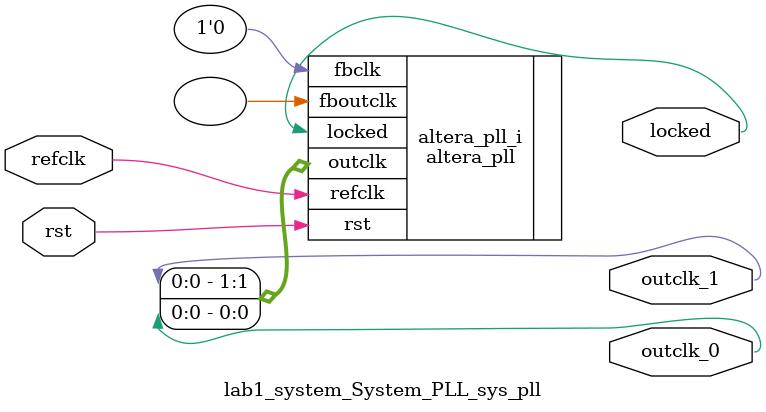
<source format=v>
`timescale 1ns/10ps
module  lab1_system_System_PLL_sys_pll(

	// interface 'refclk'
	input wire refclk,

	// interface 'reset'
	input wire rst,

	// interface 'outclk0'
	output wire outclk_0,

	// interface 'outclk1'
	output wire outclk_1,

	// interface 'locked'
	output wire locked
);

	altera_pll #(
		.fractional_vco_multiplier("false"),
		.reference_clock_frequency("50.0 MHz"),
		.operation_mode("direct"),
		.number_of_clocks(2),
		.output_clock_frequency0("100.000000 MHz"),
		.phase_shift0("0 ps"),
		.duty_cycle0(50),
		.output_clock_frequency1("100.000000 MHz"),
		.phase_shift1("-3000 ps"),
		.duty_cycle1(50),
		.output_clock_frequency2("0 MHz"),
		.phase_shift2("0 ps"),
		.duty_cycle2(50),
		.output_clock_frequency3("0 MHz"),
		.phase_shift3("0 ps"),
		.duty_cycle3(50),
		.output_clock_frequency4("0 MHz"),
		.phase_shift4("0 ps"),
		.duty_cycle4(50),
		.output_clock_frequency5("0 MHz"),
		.phase_shift5("0 ps"),
		.duty_cycle5(50),
		.output_clock_frequency6("0 MHz"),
		.phase_shift6("0 ps"),
		.duty_cycle6(50),
		.output_clock_frequency7("0 MHz"),
		.phase_shift7("0 ps"),
		.duty_cycle7(50),
		.output_clock_frequency8("0 MHz"),
		.phase_shift8("0 ps"),
		.duty_cycle8(50),
		.output_clock_frequency9("0 MHz"),
		.phase_shift9("0 ps"),
		.duty_cycle9(50),
		.output_clock_frequency10("0 MHz"),
		.phase_shift10("0 ps"),
		.duty_cycle10(50),
		.output_clock_frequency11("0 MHz"),
		.phase_shift11("0 ps"),
		.duty_cycle11(50),
		.output_clock_frequency12("0 MHz"),
		.phase_shift12("0 ps"),
		.duty_cycle12(50),
		.output_clock_frequency13("0 MHz"),
		.phase_shift13("0 ps"),
		.duty_cycle13(50),
		.output_clock_frequency14("0 MHz"),
		.phase_shift14("0 ps"),
		.duty_cycle14(50),
		.output_clock_frequency15("0 MHz"),
		.phase_shift15("0 ps"),
		.duty_cycle15(50),
		.output_clock_frequency16("0 MHz"),
		.phase_shift16("0 ps"),
		.duty_cycle16(50),
		.output_clock_frequency17("0 MHz"),
		.phase_shift17("0 ps"),
		.duty_cycle17(50),
		.pll_type("General"),
		.pll_subtype("General")
	) altera_pll_i (
		.rst	(rst),
		.outclk	({outclk_1, outclk_0}),
		.locked	(locked),
		.fboutclk	( ),
		.fbclk	(1'b0),
		.refclk	(refclk)
	);
endmodule


</source>
